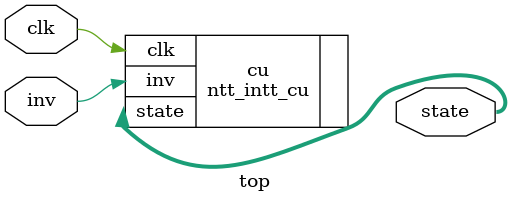
<source format=v>
`timescale 1ps/1ps

module top(
    input clk,
    input inv,
    output [2:0] state
);
    ntt_intt_cu cu(
    .clk(clk),
    .inv(inv),
    .state(state)
    );
    
endmodule
</source>
